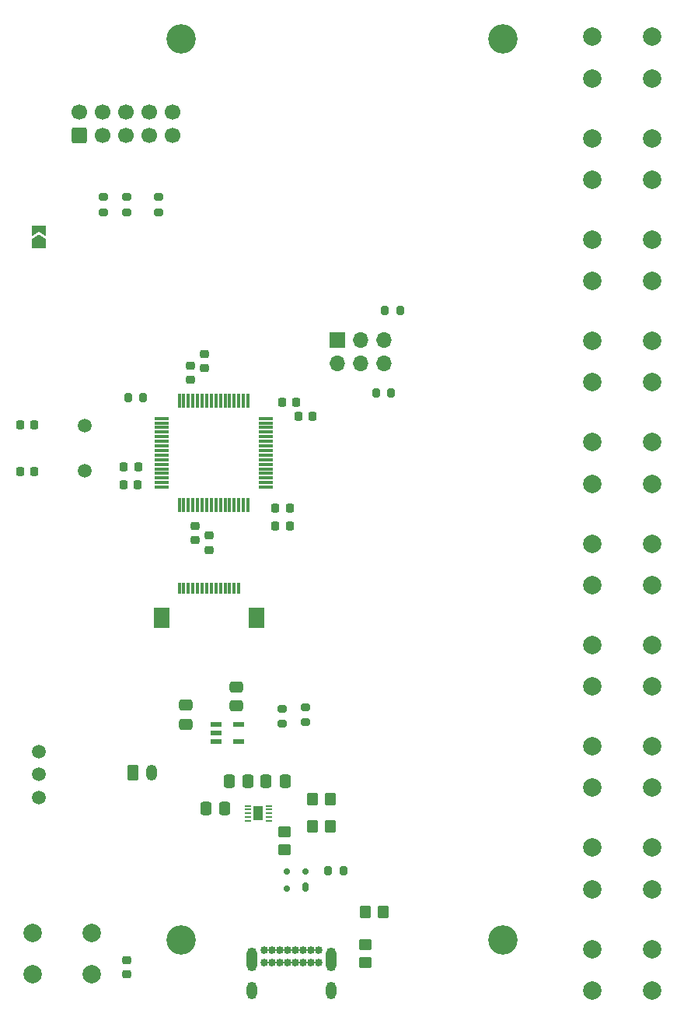
<source format=gbr>
%TF.GenerationSoftware,KiCad,Pcbnew,8.0.6*%
%TF.CreationDate,2024-10-29T14:36:32-05:00*%
%TF.ProjectId,tokenizer,746f6b65-6e69-47a6-9572-2e6b69636164,rev?*%
%TF.SameCoordinates,Original*%
%TF.FileFunction,Soldermask,Top*%
%TF.FilePolarity,Negative*%
%FSLAX46Y46*%
G04 Gerber Fmt 4.6, Leading zero omitted, Abs format (unit mm)*
G04 Created by KiCad (PCBNEW 8.0.6) date 2024-10-29 14:36:32*
%MOMM*%
%LPD*%
G01*
G04 APERTURE LIST*
G04 Aperture macros list*
%AMRoundRect*
0 Rectangle with rounded corners*
0 $1 Rounding radius*
0 $2 $3 $4 $5 $6 $7 $8 $9 X,Y pos of 4 corners*
0 Add a 4 corners polygon primitive as box body*
4,1,4,$2,$3,$4,$5,$6,$7,$8,$9,$2,$3,0*
0 Add four circle primitives for the rounded corners*
1,1,$1+$1,$2,$3*
1,1,$1+$1,$4,$5*
1,1,$1+$1,$6,$7*
1,1,$1+$1,$8,$9*
0 Add four rect primitives between the rounded corners*
20,1,$1+$1,$2,$3,$4,$5,0*
20,1,$1+$1,$4,$5,$6,$7,0*
20,1,$1+$1,$6,$7,$8,$9,0*
20,1,$1+$1,$8,$9,$2,$3,0*%
%AMFreePoly0*
4,1,6,1.000000,0.000000,0.500000,-0.750000,-0.500000,-0.750000,-0.500000,0.750000,0.500000,0.750000,1.000000,0.000000,1.000000,0.000000,$1*%
%AMFreePoly1*
4,1,6,0.500000,-0.750000,-0.650000,-0.750000,-0.150000,0.000000,-0.650000,0.750000,0.500000,0.750000,0.500000,-0.750000,0.500000,-0.750000,$1*%
G04 Aperture macros list end*
%ADD10C,2.000000*%
%ADD11FreePoly0,90.000000*%
%ADD12FreePoly1,90.000000*%
%ADD13RoundRect,0.250000X-0.450000X0.350000X-0.450000X-0.350000X0.450000X-0.350000X0.450000X0.350000X0*%
%ADD14C,3.200000*%
%ADD15RoundRect,0.225000X0.225000X0.250000X-0.225000X0.250000X-0.225000X-0.250000X0.225000X-0.250000X0*%
%ADD16RoundRect,0.225000X-0.225000X-0.250000X0.225000X-0.250000X0.225000X0.250000X-0.225000X0.250000X0*%
%ADD17C,1.500000*%
%ADD18RoundRect,0.200000X0.200000X0.275000X-0.200000X0.275000X-0.200000X-0.275000X0.200000X-0.275000X0*%
%ADD19RoundRect,0.250000X-0.350000X-0.450000X0.350000X-0.450000X0.350000X0.450000X-0.350000X0.450000X0*%
%ADD20R,1.700000X1.700000*%
%ADD21O,1.700000X1.700000*%
%ADD22RoundRect,0.200000X-0.275000X0.200000X-0.275000X-0.200000X0.275000X-0.200000X0.275000X0.200000X0*%
%ADD23R,0.300000X1.300000*%
%ADD24R,1.800000X2.200000*%
%ADD25RoundRect,0.225000X0.250000X-0.225000X0.250000X0.225000X-0.250000X0.225000X-0.250000X-0.225000X0*%
%ADD26RoundRect,0.175000X0.175000X0.325000X-0.175000X0.325000X-0.175000X-0.325000X0.175000X-0.325000X0*%
%ADD27RoundRect,0.150000X0.200000X0.150000X-0.200000X0.150000X-0.200000X-0.150000X0.200000X-0.150000X0*%
%ADD28RoundRect,0.250000X0.475000X-0.337500X0.475000X0.337500X-0.475000X0.337500X-0.475000X-0.337500X0*%
%ADD29RoundRect,0.225000X-0.250000X0.225000X-0.250000X-0.225000X0.250000X-0.225000X0.250000X0.225000X0*%
%ADD30RoundRect,0.200000X-0.200000X-0.275000X0.200000X-0.275000X0.200000X0.275000X-0.200000X0.275000X0*%
%ADD31RoundRect,0.250000X-0.350000X-0.625000X0.350000X-0.625000X0.350000X0.625000X-0.350000X0.625000X0*%
%ADD32O,1.200000X1.750000*%
%ADD33RoundRect,0.200000X0.275000X-0.200000X0.275000X0.200000X-0.275000X0.200000X-0.275000X-0.200000X0*%
%ADD34R,1.200000X0.600000*%
%ADD35RoundRect,0.250000X-0.337500X-0.475000X0.337500X-0.475000X0.337500X0.475000X-0.337500X0.475000X0*%
%ADD36RoundRect,0.250000X0.600000X-0.600000X0.600000X0.600000X-0.600000X0.600000X-0.600000X-0.600000X0*%
%ADD37C,1.700000*%
%ADD38RoundRect,0.075000X-0.700000X-0.075000X0.700000X-0.075000X0.700000X0.075000X-0.700000X0.075000X0*%
%ADD39RoundRect,0.075000X-0.075000X-0.700000X0.075000X-0.700000X0.075000X0.700000X-0.075000X0.700000X0*%
%ADD40C,0.854000*%
%ADD41O,1.104000X1.904000*%
%ADD42O,1.104000X2.604000*%
%ADD43R,0.660400X0.203200*%
%ADD44R,0.990600X1.600200*%
G04 APERTURE END LIST*
D10*
%TO.C,SW7*%
X116250000Y-90361115D03*
X109750000Y-90361115D03*
X116250000Y-85861115D03*
X109750000Y-85861115D03*
%TD*%
%TO.C,SW4*%
X116250000Y-123444446D03*
X109750000Y-123444446D03*
X116250000Y-118944446D03*
X109750000Y-118944446D03*
%TD*%
%TO.C,SW3*%
X116250000Y-134472223D03*
X109750000Y-134472223D03*
X116250000Y-129972223D03*
X109750000Y-129972223D03*
%TD*%
D11*
%TO.C,JP1*%
X49500000Y-64225000D03*
D12*
X49500000Y-62775000D03*
%TD*%
D13*
%TO.C,R3*%
X76239400Y-128223100D03*
X76239400Y-130223100D03*
%TD*%
D10*
%TO.C,SW2*%
X116250000Y-145500000D03*
X109750000Y-145500000D03*
X116250000Y-141000000D03*
X109750000Y-141000000D03*
%TD*%
D14*
%TO.C,H1*%
X65000000Y-140000000D03*
%TD*%
D15*
%TO.C,C5*%
X60275000Y-88500000D03*
X58725000Y-88500000D03*
%TD*%
D13*
%TO.C,R2*%
X85000000Y-140500000D03*
X85000000Y-142500000D03*
%TD*%
D16*
%TO.C,C18*%
X75225000Y-95000000D03*
X76775000Y-95000000D03*
%TD*%
D17*
%TO.C,Y3*%
X54500000Y-84050000D03*
X54500000Y-88930000D03*
%TD*%
D18*
%TO.C,R14*%
X82650000Y-132500000D03*
X81000000Y-132500000D03*
%TD*%
D10*
%TO.C,SW11*%
X116250000Y-46250000D03*
X109750000Y-46250000D03*
X116250000Y-41750000D03*
X109750000Y-41750000D03*
%TD*%
D19*
%TO.C,R4*%
X79239400Y-124723100D03*
X81239400Y-124723100D03*
%TD*%
D20*
%TO.C,J4*%
X81975000Y-74710000D03*
D21*
X81975000Y-77250000D03*
X84515000Y-74710000D03*
X84515000Y-77250000D03*
X87055000Y-74710000D03*
X87055000Y-77250000D03*
%TD*%
D22*
%TO.C,R8*%
X78500000Y-114675000D03*
X78500000Y-116325000D03*
%TD*%
D23*
%TO.C,J3*%
X64750000Y-101700000D03*
X65250000Y-101700000D03*
X65750000Y-101700000D03*
X66250000Y-101700000D03*
X66750000Y-101700000D03*
X67250000Y-101700000D03*
X67750000Y-101700000D03*
X68250000Y-101700000D03*
X68750000Y-101700000D03*
X69250000Y-101700000D03*
X69750000Y-101700000D03*
X70250000Y-101700000D03*
X70750000Y-101700000D03*
X71250000Y-101700000D03*
D24*
X62850000Y-104950000D03*
X73150000Y-104950000D03*
%TD*%
D16*
%TO.C,C10*%
X77725000Y-83000000D03*
X79275000Y-83000000D03*
%TD*%
D25*
%TO.C,C13*%
X59000000Y-143775000D03*
X59000000Y-142225000D03*
%TD*%
D26*
%TO.C,D1*%
X78500000Y-134250000D03*
D27*
X78500000Y-132550000D03*
X76500000Y-132550000D03*
X76500000Y-134450000D03*
%TD*%
D28*
%TO.C,C14*%
X65500000Y-116537500D03*
X65500000Y-114462500D03*
%TD*%
D29*
%TO.C,C11*%
X68000000Y-96000000D03*
X68000000Y-97550000D03*
%TD*%
D15*
%TO.C,C6*%
X60215000Y-90500000D03*
X58665000Y-90500000D03*
%TD*%
D30*
%TO.C,R10*%
X59175000Y-81000000D03*
X60825000Y-81000000D03*
%TD*%
D28*
%TO.C,C15*%
X71000000Y-114537500D03*
X71000000Y-112462500D03*
%TD*%
D14*
%TO.C,H3*%
X65000000Y-42000000D03*
%TD*%
D30*
%TO.C,R7*%
X87175000Y-71500000D03*
X88825000Y-71500000D03*
%TD*%
D29*
%TO.C,C9*%
X66500000Y-94950000D03*
X66500000Y-96500000D03*
%TD*%
D10*
%TO.C,SW9*%
X116250000Y-68305561D03*
X109750000Y-68305561D03*
X116250000Y-63805561D03*
X109750000Y-63805561D03*
%TD*%
D31*
%TO.C,J2*%
X59739400Y-121773100D03*
D32*
X61739400Y-121773100D03*
%TD*%
D17*
%TO.C,S1*%
X49500000Y-119500000D03*
X49500000Y-122000000D03*
X49500000Y-124500000D03*
%TD*%
D33*
%TO.C,R13*%
X62500000Y-60825000D03*
X62500000Y-59175000D03*
%TD*%
D14*
%TO.C,H2*%
X100000000Y-140000000D03*
%TD*%
D19*
%TO.C,R5*%
X79239400Y-127673100D03*
X81239400Y-127673100D03*
%TD*%
D30*
%TO.C,R9*%
X86175000Y-80500000D03*
X87825000Y-80500000D03*
%TD*%
D34*
%TO.C,Q1*%
X68750000Y-116550000D03*
X68750000Y-117500000D03*
X68750000Y-118450000D03*
X71250000Y-118450000D03*
X71250000Y-116550000D03*
%TD*%
D14*
%TO.C,H4*%
X100000000Y-42000000D03*
%TD*%
D35*
%TO.C,C3*%
X67664400Y-125723100D03*
X69739400Y-125723100D03*
%TD*%
D36*
%TO.C,J5*%
X53840000Y-52500000D03*
D37*
X53840000Y-49960000D03*
X56380000Y-52500000D03*
X56380000Y-49960000D03*
X58920000Y-52500000D03*
X58920000Y-49960000D03*
X61460000Y-52500000D03*
X61460000Y-49960000D03*
X64000000Y-52500000D03*
X64000000Y-49960000D03*
%TD*%
D35*
%TO.C,C1*%
X74201900Y-122723100D03*
X76276900Y-122723100D03*
%TD*%
D16*
%TO.C,C17*%
X47450000Y-84000000D03*
X49000000Y-84000000D03*
%TD*%
D35*
%TO.C,C2*%
X70201900Y-122723100D03*
X72276900Y-122723100D03*
%TD*%
D16*
%TO.C,C7*%
X75950000Y-81500000D03*
X77500000Y-81500000D03*
%TD*%
D19*
%TO.C,R1*%
X85000000Y-137000000D03*
X87000000Y-137000000D03*
%TD*%
D22*
%TO.C,R6*%
X76000000Y-114850000D03*
X76000000Y-116500000D03*
%TD*%
D33*
%TO.C,R12*%
X56500000Y-60825000D03*
X56500000Y-59175000D03*
%TD*%
D25*
%TO.C,C4*%
X67500000Y-77775000D03*
X67500000Y-76225000D03*
%TD*%
D16*
%TO.C,C16*%
X47440000Y-89000000D03*
X48990000Y-89000000D03*
%TD*%
D38*
%TO.C,U2*%
X62825000Y-83250000D03*
X62825000Y-83750000D03*
X62825000Y-84250000D03*
X62825000Y-84750000D03*
X62825000Y-85250000D03*
X62825000Y-85750000D03*
X62825000Y-86250000D03*
X62825000Y-86750000D03*
X62825000Y-87250000D03*
X62825000Y-87750000D03*
X62825000Y-88250000D03*
X62825000Y-88750000D03*
X62825000Y-89250000D03*
X62825000Y-89750000D03*
X62825000Y-90250000D03*
X62825000Y-90750000D03*
D39*
X64750000Y-92675000D03*
X65250000Y-92675000D03*
X65750000Y-92675000D03*
X66250000Y-92675000D03*
X66750000Y-92675000D03*
X67250000Y-92675000D03*
X67750000Y-92675000D03*
X68250000Y-92675000D03*
X68750000Y-92675000D03*
X69250000Y-92675000D03*
X69750000Y-92675000D03*
X70250000Y-92675000D03*
X70750000Y-92675000D03*
X71250000Y-92675000D03*
X71750000Y-92675000D03*
X72250000Y-92675000D03*
D38*
X74175000Y-90750000D03*
X74175000Y-90250000D03*
X74175000Y-89750000D03*
X74175000Y-89250000D03*
X74175000Y-88750000D03*
X74175000Y-88250000D03*
X74175000Y-87750000D03*
X74175000Y-87250000D03*
X74175000Y-86750000D03*
X74175000Y-86250000D03*
X74175000Y-85750000D03*
X74175000Y-85250000D03*
X74175000Y-84750000D03*
X74175000Y-84250000D03*
X74175000Y-83750000D03*
X74175000Y-83250000D03*
D39*
X72250000Y-81325000D03*
X71750000Y-81325000D03*
X71250000Y-81325000D03*
X70750000Y-81325000D03*
X70250000Y-81325000D03*
X69750000Y-81325000D03*
X69250000Y-81325000D03*
X68750000Y-81325000D03*
X68250000Y-81325000D03*
X67750000Y-81325000D03*
X67250000Y-81325000D03*
X66750000Y-81325000D03*
X66250000Y-81325000D03*
X65750000Y-81325000D03*
X65250000Y-81325000D03*
X64750000Y-81325000D03*
%TD*%
D40*
%TO.C,J1*%
X74025000Y-141140000D03*
X74875000Y-141140000D03*
X75725000Y-141140000D03*
X76575000Y-141140000D03*
X77425000Y-141140000D03*
X78275000Y-141140000D03*
X79125000Y-141140000D03*
X79975000Y-141140000D03*
X79975000Y-142490000D03*
X79125000Y-142490000D03*
X78275000Y-142490000D03*
X77425000Y-142490000D03*
X76575000Y-142490000D03*
X75725000Y-142490000D03*
X74875000Y-142490000D03*
X74025000Y-142490000D03*
D41*
X72675000Y-145500000D03*
X81325000Y-145500000D03*
D42*
X72675000Y-142120000D03*
X81325000Y-142120000D03*
%TD*%
D10*
%TO.C,SW10*%
X116250000Y-57277784D03*
X109750000Y-57277784D03*
X116250000Y-52777784D03*
X109750000Y-52777784D03*
%TD*%
%TO.C,SW8*%
X116250000Y-79333338D03*
X109750000Y-79333338D03*
X116250000Y-74833338D03*
X109750000Y-74833338D03*
%TD*%
%TO.C,SW5*%
X116250000Y-112416669D03*
X109750000Y-112416669D03*
X116250000Y-107916669D03*
X109750000Y-107916669D03*
%TD*%
D16*
%TO.C,C8*%
X75225000Y-93000000D03*
X76775000Y-93000000D03*
%TD*%
D43*
%TO.C,U1*%
X72239400Y-125423000D03*
X72239400Y-125823050D03*
X72239400Y-126223100D03*
X72239400Y-126623150D03*
X72239400Y-127023200D03*
X74500000Y-127023200D03*
X74500000Y-126623150D03*
X74500000Y-126223100D03*
X74500000Y-125823050D03*
X74500000Y-125423000D03*
D44*
X73369700Y-126223100D03*
%TD*%
D25*
%TO.C,C12*%
X66000000Y-79050000D03*
X66000000Y-77500000D03*
%TD*%
D33*
%TO.C,R11*%
X59000000Y-60825000D03*
X59000000Y-59175000D03*
%TD*%
D10*
%TO.C,SW1*%
X48750000Y-139250000D03*
X55250000Y-139250000D03*
X48750000Y-143750000D03*
X55250000Y-143750000D03*
%TD*%
%TO.C,SW6*%
X116250000Y-101388892D03*
X109750000Y-101388892D03*
X116250000Y-96888892D03*
X109750000Y-96888892D03*
%TD*%
M02*

</source>
